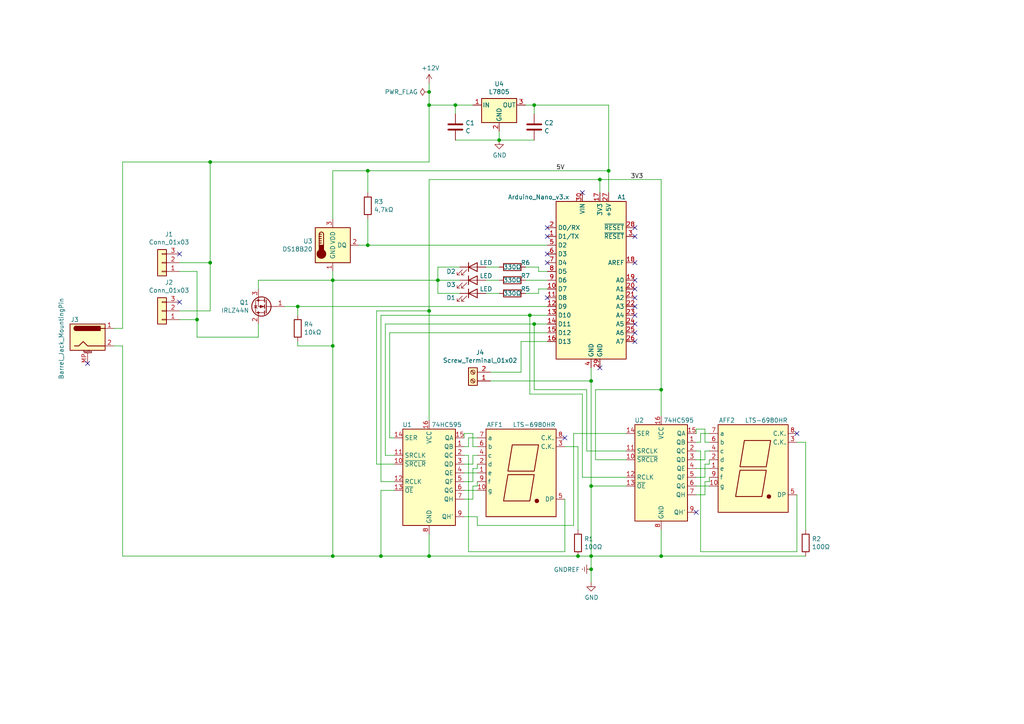
<source format=kicad_sch>
(kicad_sch (version 20230121) (generator eeschema)
  (paper "A4")
  (title_block (title "Rack Temperature Control") (date "2024-03-15") (rev "1.6") (company "haus-automatisierung.com") (comment 1 "Matthias Kleine"))
  (lib_symbols
    (symbol "74xx:74HC595"
      (property "Reference" "U" (at -7.62 13.97 0))
      (property "Value" "74HC595" (at -7.62 -16.51 0))
      (symbol "74HC595_1_0"
        (pin tri_state line (at 10.16 7.62 180) (length 2.54) (name "QB") (number "1"))
        (pin input line (at -10.16 2.54 0) (length 2.54) (name "~{SRCLR}") (number "10"))
        (pin input line (at -10.16 5.08 0) (length 2.54) (name "SRCLK") (number "11"))
        (pin input line (at -10.16 -2.54 0) (length 2.54) (name "RCLK") (number "12"))
        (pin input line (at -10.16 -5.08 0) (length 2.54) (name "~{OE}") (number "13"))
        (pin input line (at -10.16 10.16 0) (length 2.54) (name "SER") (number "14"))
        (pin tri_state line (at 10.16 10.16 180) (length 2.54) (name "QA") (number "15"))
        (pin power_in line (at 0 15.24 270) (length 2.54) (name "VCC") (number "16"))
        (pin tri_state line (at 10.16 5.08 180) (length 2.54) (name "QC") (number "2"))
        (pin tri_state line (at 10.16 2.54 180) (length 2.54) (name "QD") (number "3"))
        (pin tri_state line (at 10.16 0 180) (length 2.54) (name "QE") (number "4"))
        (pin tri_state line (at 10.16 -2.54 180) (length 2.54) (name "QF") (number "5"))
        (pin tri_state line (at 10.16 -5.08 180) (length 2.54) (name "QG") (number "6"))
        (pin tri_state line (at 10.16 -7.62 180) (length 2.54) (name "QH") (number "7"))
        (pin power_in line (at 0 -17.78 90) (length 2.54) (name "GND") (number "8"))
        (pin output line (at 10.16 -12.7 180) (length 2.54) (name "QH'") (number "9"))
      )
      (symbol "74HC595_1_1"
        (rectangle (start -7.62 12.7) (end 7.62 -15.24) (stroke (width 0.254)) (fill (type background)))
      )
    )
    (symbol "Connector:Barrel_Jack_MountingPin" (pin_names hide)
      (property "Reference" "J" (at 0 5.334 0))
      (property "Value" "Barrel_Jack_MountingPin" (at 1.27 -6.35 0))
      (symbol "Barrel_Jack_MountingPin_0_1"
        (rectangle (start -5.08 3.81) (end 5.08 -3.81) (stroke (width 0.254)) (fill (type background)))
        (arc (start -3.302 3.175) (mid -3.9343 2.54) (end -3.302 1.905) (stroke (width 0.254)))
        (arc (start -3.302 3.175) (mid -3.9343 2.54) (end -3.302 1.905) (stroke (width 0.254)) (fill (type outline)))
        (polyline (pts (xy 5.08 2.54) (xy 3.81 2.54)) (stroke (width 0.254)))
        (polyline (pts (xy -3.81 -2.54) (xy -2.54 -2.54) (xy -1.27 -1.27) (xy 0 -2.54) (xy 2.54 -2.54) (xy 5.08 -2.54)) (stroke (width 0.254)))
        (rectangle (start 3.683 3.175) (end -3.302 1.905) (stroke (width 0.254)) (fill (type outline)))
      )
      (symbol "Barrel_Jack_MountingPin_1_1"
        (polyline (pts (xy -1.016 -4.572) (xy 1.016 -4.572)) (stroke (width 0.1524)))
        (text "Mounting" (at 0 -4.191 0) (effects (font (size 0.381 0.381))))
        (pin passive line (at 7.62 2.54 180) (length 2.54) (name "~") (number "1"))
        (pin passive line (at 7.62 -2.54 180) (length 2.54) (name "~") (number "2"))
        (pin passive line (at 0 -7.62 90) (length 3.048) (name "MountPin") (number "MP"))
      )
    )
    (symbol "Connector:Screw_Terminal_01x02" (pin_names (offset 1.016) hide)
      (property "Reference" "J" (at 0 2.54 0))
      (property "Value" "Screw_Terminal_01x02" (at 0 -5.08 0))
      (symbol "Screw_Terminal_01x02_1_1"
        (rectangle (start -1.27 1.27) (end 1.27 -3.81) (stroke (width 0.254)) (fill (type background)))
        (circle (center 0 -2.54) (radius 0.635) (stroke (width 0.1524)))
        (polyline (pts (xy -0.5334 -2.2098) (xy 0.3302 -3.048)) (stroke (width 0.1524)))
        (polyline (pts (xy -0.5334 0.3302) (xy 0.3302 -0.508)) (stroke (width 0.1524)))
        (polyline (pts (xy -0.3556 -2.032) (xy 0.508 -2.8702)) (stroke (width 0.1524)))
        (polyline (pts (xy -0.3556 0.508) (xy 0.508 -0.3302)) (stroke (width 0.1524)))
        (circle (center 0 0) (radius 0.635) (stroke (width 0.1524)))
        (pin passive line (at -5.08 0 0) (length 3.81) (name "Pin_1") (number "1"))
        (pin passive line (at -5.08 -2.54 0) (length 3.81) (name "Pin_2") (number "2"))
      )
    )
    (symbol "Connector_Generic:Conn_01x03" (pin_names (offset 1.016) hide)
      (property "Reference" "J" (at 0 5.08 0))
      (property "Value" "Conn_01x03" (at 0 -5.08 0))
      (symbol "Conn_01x03_1_1"
        (rectangle (start -1.27 -2.413) (end 0 -2.667) (stroke (width 0.1524)))
        (rectangle (start -1.27 0.127) (end 0 -0.127) (stroke (width 0.1524)))
        (rectangle (start -1.27 2.667) (end 0 2.413) (stroke (width 0.1524)))
        (rectangle (start -1.27 3.81) (end 1.27 -3.81) (stroke (width 0.254)) (fill (type background)))
        (pin passive line (at -5.08 2.54 0) (length 3.81) (name "Pin_1") (number "1"))
        (pin passive line (at -5.08 0 0) (length 3.81) (name "Pin_2") (number "2"))
        (pin passive line (at -5.08 -2.54 0) (length 3.81) (name "Pin_3") (number "3"))
      )
    )
    (symbol "Device:C" (pin_numbers hide) (pin_names (offset 0.254))
      (property "Reference" "C" (at 0.635 2.54 0))
      (property "Value" "C" (at 0.635 -2.54 0))
      (symbol "C_0_1"
        (polyline (pts (xy -2.032 -0.762) (xy 2.032 -0.762)) (stroke (width 0.508)))
        (polyline (pts (xy -2.032 0.762) (xy 2.032 0.762)) (stroke (width 0.508)))
      )
      (symbol "C_1_1"
        (pin passive line (at 0 3.81 270) (length 2.794) (name "~") (number "1"))
        (pin passive line (at 0 -3.81 90) (length 2.794) (name "~") (number "2"))
      )
    )
    (symbol "Device:LED" (pin_numbers hide) (pin_names (offset 1.016) hide)
      (property "Reference" "D" (at 0 2.54 0))
      (property "Value" "LED" (at 0 -2.54 0))
      (symbol "LED_0_1"
        (polyline (pts (xy -1.27 -1.27) (xy -1.27 1.27)) (stroke (width 0.254)))
        (polyline (pts (xy -1.27 0) (xy 1.27 0)))
        (polyline (pts (xy 1.27 -1.27) (xy 1.27 1.27) (xy -1.27 0) (xy 1.27 -1.27)) (stroke (width 0.254)))
        (polyline (pts (xy -3.048 -0.762) (xy -4.572 -2.286) (xy -3.81 -2.286) (xy -4.572 -2.286) (xy -4.572 -1.524)))
        (polyline (pts (xy -1.778 -0.762) (xy -3.302 -2.286) (xy -2.54 -2.286) (xy -3.302 -2.286) (xy -3.302 -1.524)))
      )
      (symbol "LED_1_1"
        (pin passive line (at -3.81 0 0) (length 2.54) (name "K") (number "1"))
        (pin passive line (at 3.81 0 180) (length 2.54) (name "A") (number "2"))
      )
    )
    (symbol "Device:R" (pin_numbers hide) (pin_names (offset 0))
      (property "Reference" "R" (at 2.032 0 90))
      (property "Value" "R" (at 0 0 90))
      (symbol "R_0_1"
        (rectangle (start -1.016 -2.54) (end 1.016 2.54) (stroke (width 0.254)))
      )
      (symbol "R_1_1"
        (pin passive line (at 0 3.81 270) (length 1.27) (name "~") (number "1"))
        (pin passive line (at 0 -3.81 90) (length 1.27) (name "~") (number "2"))
      )
    )
    (symbol "Display_Character:LTS-6980HR"
      (property "Reference" "AFF" (at -7.874 13.97 0))
      (property "Value" "LTS-6980HR" (at 4.064 13.97 0))
      (symbol "LTS-6980HR_0_1"
        (rectangle (start -10.16 12.7) (end 10.16 -12.7) (stroke (width 0.254)) (fill (type background)))
        (polyline (pts (xy -3.81 -0.508) (xy 3.81 -0.508) (xy 2.54 -8.128) (xy -5.08 -8.128) (xy -3.81 -0.508) (xy -3.81 -0.508)) (stroke (width 0.254)))
        (polyline (pts (xy -2.54 8.128) (xy 5.08 8.128) (xy 3.81 0.508) (xy -3.81 0.508) (xy -2.54 8.128) (xy -2.54 8.128)) (stroke (width 0.254)))
        (circle (center 4.572 -8.128) (radius 0.508) (stroke (width 0.254)) (fill (type outline)))
      )
      (symbol "LTS-6980HR_1_1"
        (pin passive line (at -12.7 0 0) (length 2.54) (name "e") (number "1"))
        (pin passive line (at -12.7 -5.08 0) (length 2.54) (name "g") (number "10"))
        (pin passive line (at -12.7 2.54 0) (length 2.54) (name "d") (number "2"))
        (pin passive line (at 12.7 7.62 180) (length 2.54) (name "C.K.") (number "3"))
        (pin passive line (at -12.7 5.08 0) (length 2.54) (name "c") (number "4"))
        (pin passive line (at 12.7 -7.62 180) (length 2.54) (name "DP") (number "5"))
        (pin passive line (at -12.7 7.62 0) (length 2.54) (name "b") (number "6"))
        (pin passive line (at -12.7 10.16 0) (length 2.54) (name "a") (number "7"))
        (pin passive line (at 12.7 10.16 180) (length 2.54) (name "C.K.") (number "8"))
        (pin passive line (at -12.7 -2.54 0) (length 2.54) (name "f") (number "9"))
      )
    )
    (symbol "MCU_Module:Arduino_Nano_v3.x"
      (property "Reference" "A" (at -10.16 23.495 0))
      (property "Value" "Arduino_Nano_v3.x" (at 5.08 -24.13 0))
      (symbol "Arduino_Nano_v3.x_0_1"
        (rectangle (start -10.16 22.86) (end 10.16 -22.86) (stroke (width 0.254)) (fill (type background)))
      )
      (symbol "Arduino_Nano_v3.x_1_1"
        (pin bidirectional line (at -12.7 12.7 0) (length 2.54) (name "D1/TX") (number "1"))
        (pin bidirectional line (at -12.7 -2.54 0) (length 2.54) (name "D7") (number "10"))
        (pin bidirectional line (at -12.7 -5.08 0) (length 2.54) (name "D8") (number "11"))
        (pin bidirectional line (at -12.7 -7.62 0) (length 2.54) (name "D9") (number "12"))
        (pin bidirectional line (at -12.7 -10.16 0) (length 2.54) (name "D10") (number "13"))
        (pin bidirectional line (at -12.7 -12.7 0) (length 2.54) (name "D11") (number "14"))
        (pin bidirectional line (at -12.7 -15.24 0) (length 2.54) (name "D12") (number "15"))
        (pin bidirectional line (at -12.7 -17.78 0) (length 2.54) (name "D13") (number "16"))
        (pin power_out line (at 2.54 25.4 270) (length 2.54) (name "3V3") (number "17"))
        (pin input line (at 12.7 5.08 180) (length 2.54) (name "AREF") (number "18"))
        (pin bidirectional line (at 12.7 0 180) (length 2.54) (name "A0") (number "19"))
        (pin bidirectional line (at -12.7 15.24 0) (length 2.54) (name "D0/RX") (number "2"))
        (pin bidirectional line (at 12.7 -2.54 180) (length 2.54) (name "A1") (number "20"))
        (pin bidirectional line (at 12.7 -5.08 180) (length 2.54) (name "A2") (number "21"))
        (pin bidirectional line (at 12.7 -7.62 180) (length 2.54) (name "A3") (number "22"))
        (pin bidirectional line (at 12.7 -10.16 180) (length 2.54) (name "A4") (number "23"))
        (pin bidirectional line (at 12.7 -12.7 180) (length 2.54) (name "A5") (number "24"))
        (pin bidirectional line (at 12.7 -15.24 180) (length 2.54) (name "A6") (number "25"))
        (pin bidirectional line (at 12.7 -17.78 180) (length 2.54) (name "A7") (number "26"))
        (pin power_out line (at 5.08 25.4 270) (length 2.54) (name "+5V") (number "27"))
        (pin input line (at 12.7 15.24 180) (length 2.54) (name "~{RESET}") (number "28"))
        (pin power_in line (at 2.54 -25.4 90) (length 2.54) (name "GND") (number "29"))
        (pin input line (at 12.7 12.7 180) (length 2.54) (name "~{RESET}") (number "3"))
        (pin power_in line (at -2.54 25.4 270) (length 2.54) (name "VIN") (number "30"))
        (pin power_in line (at 0 -25.4 90) (length 2.54) (name "GND") (number "4"))
        (pin bidirectional line (at -12.7 10.16 0) (length 2.54) (name "D2") (number "5"))
        (pin bidirectional line (at -12.7 7.62 0) (length 2.54) (name "D3") (number "6"))
        (pin bidirectional line (at -12.7 5.08 0) (length 2.54) (name "D4") (number "7"))
        (pin bidirectional line (at -12.7 2.54 0) (length 2.54) (name "D5") (number "8"))
        (pin bidirectional line (at -12.7 0 0) (length 2.54) (name "D6") (number "9"))
      )
    )
    (symbol "Regulator_Linear:L7805" (pin_names (offset 0.254))
      (property "Reference" "U" (at -3.81 3.175 0))
      (property "Value" "L7805" (at 0 3.175 0))
      (symbol "L7805_0_1"
        (rectangle (start -5.08 1.905) (end 5.08 -5.08) (stroke (width 0.254)) (fill (type background)))
      )
      (symbol "L7805_1_1"
        (pin power_in line (at -7.62 0 0) (length 2.54) (name "IN") (number "1"))
        (pin power_in line (at 0 -7.62 90) (length 2.54) (name "GND") (number "2"))
        (pin power_out line (at 7.62 0 180) (length 2.54) (name "OUT") (number "3"))
      )
    )
    (symbol "Sensor_Temperature:DS18B20" (pin_names (offset 1.016))
      (property "Reference" "U" (at -3.81 6.35 0))
      (property "Value" "DS18B20" (at 6.35 6.35 0))
      (symbol "DS18B20_0_1"
        (rectangle (start -5.08 5.08) (end 5.08 -5.08) (stroke (width 0.254)) (fill (type background)))
        (circle (center -3.302 -2.54) (radius 1.27) (stroke (width 0.254)) (fill (type outline)))
        (rectangle (start -2.667 -1.905) (end -3.937 0) (stroke (width 0.254)) (fill (type outline)))
        (arc (start -2.667 3.175) (mid -3.302 3.8073) (end -3.937 3.175) (stroke (width 0.254)))
        (polyline (pts (xy -3.937 0.635) (xy -3.302 0.635)) (stroke (width 0.254)))
        (polyline (pts (xy -3.937 1.27) (xy -3.302 1.27)) (stroke (width 0.254)))
        (polyline (pts (xy -3.937 1.905) (xy -3.302 1.905)) (stroke (width 0.254)))
        (polyline (pts (xy -3.937 2.54) (xy -3.302 2.54)) (stroke (width 0.254)))
        (polyline (pts (xy -3.937 3.175) (xy -3.937 0)) (stroke (width 0.254)))
        (polyline (pts (xy -3.937 3.175) (xy -3.302 3.175)) (stroke (width 0.254)))
        (polyline (pts (xy -2.667 3.175) (xy -2.667 0)) (stroke (width 0.254)))
      )
      (symbol "DS18B20_1_1"
        (pin power_in line (at 0 -7.62 90) (length 2.54) (name "GND") (number "1"))
        (pin bidirectional line (at 7.62 0 180) (length 2.54) (name "DQ") (number "2"))
        (pin power_in line (at 0 7.62 270) (length 2.54) (name "VDD") (number "3"))
      )
    )
    (symbol "Transistor_FET:IRLZ44N" (pin_names hide)
      (property "Reference" "Q" (at 6.35 1.905 0))
      (property "Value" "IRLZ44N" (at 6.35 0 0))
      (symbol "IRLZ44N_0_1"
        (polyline (pts (xy 0.254 0) (xy -2.54 0)))
        (polyline (pts (xy 0.254 1.905) (xy 0.254 -1.905)) (stroke (width 0.254)))
        (polyline (pts (xy 0.762 -1.27) (xy 0.762 -2.286)) (stroke (width 0.254)))
        (polyline (pts (xy 0.762 0.508) (xy 0.762 -0.508)) (stroke (width 0.254)))
        (polyline (pts (xy 0.762 2.286) (xy 0.762 1.27)) (stroke (width 0.254)))
        (polyline (pts (xy 2.54 2.54) (xy 2.54 1.778)))
        (polyline (pts (xy 2.54 -2.54) (xy 2.54 0) (xy 0.762 0)))
        (polyline (pts (xy 0.762 -1.778) (xy 3.302 -1.778) (xy 3.302 1.778) (xy 0.762 1.778)))
        (polyline (pts (xy 1.016 0) (xy 2.032 0.381) (xy 2.032 -0.381) (xy 1.016 0)) (fill (type outline)))
        (polyline (pts (xy 2.794 0.508) (xy 2.921 0.381) (xy 3.683 0.381) (xy 3.81 0.254)))
        (polyline (pts (xy 3.302 0.381) (xy 2.921 -0.254) (xy 3.683 -0.254) (xy 3.302 0.381)))
        (circle (center 1.651 0) (radius 2.794) (stroke (width 0.254)))
        (circle (center 2.54 -1.778) (radius 0.254) (fill (type outline)))
        (circle (center 2.54 1.778) (radius 0.254) (fill (type outline)))
      )
      (symbol "IRLZ44N_1_1"
        (pin input line (at -5.08 0 0) (length 2.54) (name "G") (number "1"))
        (pin passive line (at 2.54 5.08 270) (length 2.54) (name "D") (number "2"))
        (pin passive line (at 2.54 -5.08 90) (length 2.54) (name "S") (number "3"))
      )
    )
    (symbol "power:+12V" (power) (pin_names (offset 0))
      (property "Value" "+12V" (at 0 3.556 0))
      (symbol "+12V_0_1"
        (polyline (pts (xy -0.762 1.27) (xy 0 2.54)))
        (polyline (pts (xy 0 0) (xy 0 2.54)))
        (polyline (pts (xy 0 2.54) (xy 0.762 1.27)))
      )
      (symbol "+12V_1_1"
        (pin power_in line (at 0 0 90) (length 0) hide (name "+12V") (number "1"))
      )
    )
    (symbol "power:GND" (power) (pin_names (offset 0))
      (property "Value" "GND" (at 0 -3.81 0))
      (symbol "GND_0_1"
        (polyline (pts (xy 0 0) (xy 0 -1.27) (xy 1.27 -1.27) (xy 0 -2.54) (xy -1.27 -1.27) (xy 0 -1.27)))
      )
      (symbol "GND_1_1"
        (pin power_in line (at 0 0 270) (length 0) hide (name "GND") (number "1"))
      )
    )
    (symbol "power:GNDREF" (power) (pin_names (offset 0))
      (property "Value" "GNDREF" (at 0 -3.81 0))
      (symbol "GNDREF_0_1"
        (polyline (pts (xy -0.635 -1.905) (xy 0.635 -1.905)))
        (polyline (pts (xy -0.127 -2.54) (xy 0.127 -2.54)))
        (polyline (pts (xy 0 -1.27) (xy 0 0)))
        (polyline (pts (xy 1.27 -1.27) (xy -1.27 -1.27)))
      )
      (symbol "GNDREF_1_1"
        (pin power_in line (at 0 0 270) (length 0) hide (name "GNDREF") (number "1"))
      )
    )
    (symbol "power:PWR_FLAG" (power) (pin_numbers hide) (pin_names (offset 0) hide)
      (property "Value" "PWR_FLAG" (at 0 3.81 0))
      (symbol "PWR_FLAG_0_0"
        (pin power_out line (at 0 0 90) (length 0) (name "pwr") (number "1"))
      )
      (symbol "PWR_FLAG_0_1"
        (polyline (pts (xy 0 0) (xy 0 1.27) (xy -1.016 1.905) (xy 0 2.54) (xy 1.016 1.905) (xy 0 1.27)))
      )
    )
  )
  (junction (at 191.77 113.03))
  (junction (at 171.45 165.1))
  (junction (at 171.45 161.29))
  (junction (at 153.67 91.44))
  (junction (at 124.46 26.67))
  (junction (at 57.15 92.71))
  (junction (at 60.96 76.2))
  (junction (at 171.45 140.97))
  (junction (at 124.46 90.17))
  (junction (at 60.96 46.99))
  (junction (at 96.52 100.33))
  (junction (at 191.77 161.29))
  (junction (at 167.64 161.29))
  (junction (at 96.52 81.28))
  (junction (at 176.53 49.53))
  (junction (at 106.68 49.53))
  (junction (at 154.94 93.98))
  (junction (at 173.99 52.07))
  (junction (at 110.49 161.29))
  (junction (at 144.78 40.64))
  (junction (at 127 81.28))
  (junction (at 154.94 30.48))
  (junction (at 106.68 71.12))
  (junction (at 86.36 88.9))
  (junction (at 124.46 161.29))
  (junction (at 124.46 30.48))
  (junction (at 96.52 161.29))
  (junction (at 171.45 110.49))
  (junction (at 132.08 30.48))
  (no_connect (at 184.15 83.82))
  (no_connect (at 25.4 105.41))
  (no_connect (at 184.15 86.36))
  (no_connect (at 158.75 66.04))
  (no_connect (at 184.15 88.9))
  (no_connect (at 168.91 55.88))
  (no_connect (at 163.83 127))
  (no_connect (at 201.93 148.59))
  (no_connect (at 184.15 96.52))
  (no_connect (at 184.15 68.58))
  (no_connect (at 173.99 106.68))
  (no_connect (at 158.75 76.2))
  (no_connect (at 231.14 125.73))
  (no_connect (at 184.15 99.06))
  (no_connect (at 52.07 87.63))
  (no_connect (at 184.15 91.44))
  (no_connect (at 184.15 93.98))
  (no_connect (at 158.75 73.66))
  (no_connect (at 184.15 81.28))
  (no_connect (at 184.15 66.04))
  (no_connect (at 158.75 86.36))
  (no_connect (at 184.15 76.2))
  (no_connect (at 52.07 73.66))
  (no_connect (at 158.75 68.58))
  (wire (pts (xy 233.68 128.27) (xy 233.68 153.67)))
  (wire (pts (xy 57.15 78.74) (xy 52.07 78.74)))
  (wire (pts (xy 106.68 55.88) (xy 106.68 49.53)))
  (wire (pts (xy 113.03 96.52) (xy 158.75 96.52)))
  (wire (pts (xy 137.16 125.73) (xy 137.16 129.54)))
  (wire (pts (xy 201.93 128.27) (xy 203.2 128.27)))
  (wire (pts (xy 151.13 99.06) (xy 151.13 107.95)))
  (wire (pts (xy 110.49 139.7) (xy 110.49 91.44)))
  (wire (pts (xy 204.47 128.27) (xy 205.74 128.27)))
  (wire (pts (xy 57.15 97.79) (xy 57.15 92.71)))
  (wire (pts (xy 201.93 140.97) (xy 205.74 140.97)))
  (wire (pts (xy 204.47 130.81) (xy 205.74 130.81)))
  (wire (pts (xy 204.47 124.46) (xy 204.47 128.27)))
  (wire (pts (xy 167.64 129.54) (xy 167.64 153.67)))
  (wire (pts (xy 201.93 138.43) (xy 204.47 138.43)))
  (wire (pts (xy 127 77.47) (xy 127 81.28)))
  (wire (pts (xy 191.77 113.03) (xy 191.77 52.07)))
  (wire (pts (xy 158.75 81.28) (xy 152.4 81.28)))
  (wire (pts (xy 170.18 130.81) (xy 170.18 113.03)))
  (wire (pts (xy 152.4 30.48) (xy 154.94 30.48)))
  (wire (pts (xy 132.08 33.02) (xy 132.08 30.48)))
  (wire (pts (xy 204.47 133.35) (xy 204.47 130.81)))
  (wire (pts (xy 144.78 40.64) (xy 144.78 38.1)))
  (wire (pts (xy 138.43 135.89) (xy 138.43 134.62)))
  (wire (pts (xy 171.45 106.68) (xy 171.45 110.49)))
  (wire (pts (xy 233.68 161.29) (xy 191.77 161.29)))
  (wire (pts (xy 138.43 140.97) (xy 138.43 139.7)))
  (wire (pts (xy 144.78 81.28) (xy 140.97 81.28)))
  (wire (pts (xy 173.99 55.88) (xy 173.99 52.07)))
  (wire (pts (xy 114.3 134.62) (xy 109.22 134.62)))
  (wire (pts (xy 124.46 26.67) (xy 124.46 30.48)))
  (wire (pts (xy 181.61 133.35) (xy 172.72 133.35)))
  (wire (pts (xy 135.89 132.08) (xy 135.89 160.02)))
  (wire (pts (xy 106.68 71.12) (xy 104.14 71.12)))
  (wire (pts (xy 110.49 142.24) (xy 110.49 161.29)))
  (wire (pts (xy 132.08 30.48) (xy 124.46 30.48)))
  (wire (pts (xy 114.3 132.08) (xy 111.76 132.08)))
  (wire (pts (xy 135.89 129.54) (xy 135.89 127)))
  (wire (pts (xy 158.75 71.12) (xy 106.68 71.12)))
  (wire (pts (xy 96.52 161.29) (xy 110.49 161.29)))
  (wire (pts (xy 204.47 138.43) (xy 204.47 134.62)))
  (wire (pts (xy 35.56 46.99) (xy 60.96 46.99)))
  (wire (pts (xy 60.96 46.99) (xy 60.96 76.2)))
  (wire (pts (xy 138.43 152.4) (xy 166.37 152.4)))
  (wire (pts (xy 144.78 85.09) (xy 140.97 85.09)))
  (wire (pts (xy 132.08 40.64) (xy 144.78 40.64)))
  (wire (pts (xy 201.93 124.46) (xy 204.47 124.46)))
  (wire (pts (xy 158.75 88.9) (xy 86.36 88.9)))
  (wire (pts (xy 114.3 139.7) (xy 110.49 139.7)))
  (wire (pts (xy 156.21 77.47) (xy 152.4 77.47)))
  (wire (pts (xy 144.78 77.47) (xy 140.97 77.47)))
  (wire (pts (xy 137.16 144.78) (xy 137.16 140.97)))
  (wire (pts (xy 156.21 78.74) (xy 156.21 77.47)))
  (wire (pts (xy 35.56 95.25) (xy 35.56 46.99)))
  (wire (pts (xy 154.94 30.48) (xy 176.53 30.48)))
  (wire (pts (xy 106.68 49.53) (xy 96.52 49.53)))
  (wire (pts (xy 124.46 24.13) (xy 124.46 26.67)))
  (wire (pts (xy 74.93 83.82) (xy 74.93 81.28)))
  (wire (pts (xy 138.43 149.86) (xy 138.43 152.4)))
  (wire (pts (xy 124.46 154.94) (xy 124.46 161.29)))
  (wire (pts (xy 114.3 142.24) (xy 110.49 142.24)))
  (wire (pts (xy 201.93 133.35) (xy 204.47 133.35)))
  (wire (pts (xy 158.75 83.82) (xy 156.21 83.82)))
  (wire (pts (xy 111.76 93.98) (xy 154.94 93.98)))
  (wire (pts (xy 109.22 90.17) (xy 124.46 90.17)))
  (wire (pts (xy 171.45 140.97) (xy 171.45 161.29)))
  (wire (pts (xy 134.62 144.78) (xy 137.16 144.78)))
  (wire (pts (xy 134.62 132.08) (xy 135.89 132.08)))
  (wire (pts (xy 110.49 161.29) (xy 124.46 161.29)))
  (wire (pts (xy 203.2 130.81) (xy 203.2 160.02)))
  (wire (pts (xy 171.45 110.49) (xy 171.45 140.97)))
  (wire (pts (xy 109.22 134.62) (xy 109.22 90.17)))
  (wire (pts (xy 191.77 153.67) (xy 191.77 161.29)))
  (wire (pts (xy 201.93 143.51) (xy 204.47 143.51)))
  (wire (pts (xy 151.13 107.95) (xy 142.24 107.95)))
  (wire (pts (xy 33.02 95.25) (xy 35.56 95.25)))
  (wire (pts (xy 204.47 139.7) (xy 205.74 139.7)))
  (wire (pts (xy 153.67 114.3) (xy 153.67 91.44)))
  (wire (pts (xy 154.94 33.02) (xy 154.94 30.48)))
  (wire (pts (xy 137.16 139.7) (xy 137.16 135.89)))
  (wire (pts (xy 191.77 52.07) (xy 173.99 52.07)))
  (wire (pts (xy 153.67 91.44) (xy 158.75 91.44)))
  (wire (pts (xy 110.49 91.44) (xy 153.67 91.44)))
  (wire (pts (xy 163.83 129.54) (xy 167.64 129.54)))
  (wire (pts (xy 170.18 113.03) (xy 154.94 113.03)))
  (wire (pts (xy 33.02 100.33) (xy 35.56 100.33)))
  (wire (pts (xy 111.76 132.08) (xy 111.76 93.98)))
  (wire (pts (xy 52.07 90.17) (xy 60.96 90.17)))
  (wire (pts (xy 154.94 40.64) (xy 144.78 40.64)))
  (wire (pts (xy 74.93 97.79) (xy 57.15 97.79)))
  (wire (pts (xy 106.68 63.5) (xy 106.68 71.12)))
  (wire (pts (xy 204.47 134.62) (xy 205.74 134.62)))
  (wire (pts (xy 114.3 127) (xy 113.03 127)))
  (wire (pts (xy 35.56 100.33) (xy 35.56 161.29)))
  (wire (pts (xy 203.2 160.02) (xy 231.14 160.02)))
  (wire (pts (xy 158.75 78.74) (xy 156.21 78.74)))
  (wire (pts (xy 231.14 128.27) (xy 233.68 128.27)))
  (wire (pts (xy 96.52 100.33) (xy 96.52 161.29)))
  (wire (pts (xy 35.56 161.29) (xy 96.52 161.29)))
  (wire (pts (xy 203.2 125.73) (xy 205.74 125.73)))
  (wire (pts (xy 137.16 30.48) (xy 132.08 30.48)))
  (wire (pts (xy 127 81.28) (xy 96.52 81.28)))
  (wire (pts (xy 134.62 137.16) (xy 138.43 137.16)))
  (wire (pts (xy 142.24 110.49) (xy 171.45 110.49)))
  (wire (pts (xy 166.37 125.73) (xy 181.61 125.73)))
  (wire (pts (xy 191.77 120.65) (xy 191.77 113.03)))
  (wire (pts (xy 133.35 81.28) (xy 127 81.28)))
  (wire (pts (xy 135.89 160.02) (xy 163.83 160.02)))
  (wire (pts (xy 86.36 99.06) (xy 86.36 100.33)))
  (wire (pts (xy 124.46 52.07) (xy 124.46 90.17)))
  (wire (pts (xy 137.16 132.08) (xy 138.43 132.08)))
  (wire (pts (xy 168.91 138.43) (xy 168.91 114.3)))
  (wire (pts (xy 163.83 160.02) (xy 163.83 144.78)))
  (wire (pts (xy 124.46 161.29) (xy 167.64 161.29)))
  (wire (pts (xy 168.91 114.3) (xy 153.67 114.3)))
  (wire (pts (xy 156.21 85.09) (xy 152.4 85.09)))
  (wire (pts (xy 172.72 133.35) (xy 172.72 113.03)))
  (wire (pts (xy 133.35 85.09) (xy 127 85.09)))
  (wire (pts (xy 171.45 165.1) (xy 171.45 168.91)))
  (wire (pts (xy 96.52 81.28) (xy 96.52 100.33)))
  (wire (pts (xy 204.47 143.51) (xy 204.47 139.7)))
  (wire (pts (xy 82.55 88.9) (xy 86.36 88.9)))
  (wire (pts (xy 201.93 130.81) (xy 203.2 130.81)))
  (wire (pts (xy 134.62 125.73) (xy 137.16 125.73)))
  (wire (pts (xy 201.93 125.73) (xy 201.93 124.46)))
  (wire (pts (xy 52.07 76.2) (xy 60.96 76.2)))
  (wire (pts (xy 171.45 161.29) (xy 171.45 165.1)))
  (wire (pts (xy 96.52 78.74) (xy 96.52 81.28)))
  (wire (pts (xy 96.52 49.53) (xy 96.52 63.5)))
  (wire (pts (xy 137.16 129.54) (xy 138.43 129.54)))
  (wire (pts (xy 166.37 152.4) (xy 166.37 125.73)))
  (wire (pts (xy 124.46 90.17) (xy 124.46 121.92)))
  (wire (pts (xy 74.93 93.98) (xy 74.93 97.79)))
  (wire (pts (xy 57.15 92.71) (xy 57.15 78.74)))
  (wire (pts (xy 134.62 149.86) (xy 138.43 149.86)))
  (wire (pts (xy 205.74 139.7) (xy 205.74 138.43)))
  (wire (pts (xy 173.99 52.07) (xy 124.46 52.07)))
  (wire (pts (xy 167.64 161.29) (xy 171.45 161.29)))
  (wire (pts (xy 127 85.09) (xy 127 81.28)))
  (wire (pts (xy 176.53 55.88) (xy 176.53 49.53)))
  (wire (pts (xy 133.35 77.47) (xy 127 77.47)))
  (wire (pts (xy 86.36 88.9) (xy 86.36 91.44)))
  (wire (pts (xy 134.62 129.54) (xy 135.89 129.54)))
  (wire (pts (xy 181.61 140.97) (xy 171.45 140.97)))
  (wire (pts (xy 176.53 30.48) (xy 176.53 49.53)))
  (wire (pts (xy 74.93 81.28) (xy 96.52 81.28)))
  (wire (pts (xy 231.14 143.51) (xy 231.14 160.02)))
  (wire (pts (xy 181.61 138.43) (xy 168.91 138.43)))
  (wire (pts (xy 52.07 92.71) (xy 57.15 92.71)))
  (wire (pts (xy 203.2 128.27) (xy 203.2 125.73)))
  (wire (pts (xy 154.94 93.98) (xy 158.75 93.98)))
  (wire (pts (xy 60.96 76.2) (xy 60.96 90.17)))
  (wire (pts (xy 86.36 100.33) (xy 96.52 100.33)))
  (wire (pts (xy 181.61 130.81) (xy 170.18 130.81)))
  (wire (pts (xy 191.77 161.29) (xy 171.45 161.29)))
  (wire (pts (xy 113.03 127) (xy 113.03 96.52)))
  (wire (pts (xy 134.62 134.62) (xy 137.16 134.62)))
  (wire (pts (xy 201.93 135.89) (xy 205.74 135.89)))
  (wire (pts (xy 134.62 139.7) (xy 137.16 139.7)))
  (wire (pts (xy 137.16 140.97) (xy 138.43 140.97)))
  (wire (pts (xy 154.94 113.03) (xy 154.94 93.98)))
  (wire (pts (xy 137.16 135.89) (xy 138.43 135.89)))
  (wire (pts (xy 156.21 83.82) (xy 156.21 85.09)))
  (wire (pts (xy 124.46 46.99) (xy 60.96 46.99)))
  (wire (pts (xy 135.89 127) (xy 138.43 127)))
  (wire (pts (xy 176.53 49.53) (xy 106.68 49.53)))
  (wire (pts (xy 205.74 134.62) (xy 205.74 133.35)))
  (wire (pts (xy 172.72 113.03) (xy 191.77 113.03)))
  (wire (pts (xy 158.75 99.06) (xy 151.13 99.06)))
  (wire (pts (xy 134.62 142.24) (xy 138.43 142.24)))
  (wire (pts (xy 134.62 127) (xy 134.62 125.73)))
  (wire (pts (xy 137.16 134.62) (xy 137.16 132.08)))
  (wire (pts (xy 124.46 30.48) (xy 124.46 46.99)))
  (label "5V" (at 161.29 49.53 0))
  (label "3V3" (at 182.88 52.07 0))
  (symbol (lib_id "74xx:74HC595") (at 124.46 137.16 0) (unit 1)
    (property "Reference" "U1" (at 118.11 123.19 0))
    (property "Value" "74HC595" (at 129.54 123.19 0))
    (property "Footprint" "Package_DIP:DIP-16_W7.62mm_LongPads" (effects hide))
    (property "Datasheet" "http://www.ti.com/lit/ds/symlink/sn74hc595.pdf" (effects hide))
  )
  (symbol (lib_id "74xx:74HC595") (at 191.77 135.89 0) (unit 1)
    (property "Reference" "U2" (at 185.42 121.92 0))
    (property "Value" "74HC595" (at 196.85 121.92 0))
    (property "Footprint" "Package_DIP:DIP-16_W7.62mm_LongPads" (effects hide))
    (property "Datasheet" "http://www.ti.com/lit/ds/symlink/sn74hc595.pdf" (effects hide))
  )
  (symbol (lib_id "MCU_Module:Arduino_Nano_v3.x") (at 171.45 81.28 0) (unit 1)
    (property "Reference" "A1" (at 180.34 57.15 0))
    (property "Value" "Arduino_Nano_v3.x" (at 156.21 57.15 0))
    (property "Footprint" "Module:Arduino_Nano_WithMountingHoles" (effects hide))
    (property "Datasheet" "http://www.mouser.com/pdfdocs/Gravitech_Arduino_Nano3_0.pdf" (effects hide))
  )
  (symbol (lib_id "power:+12V") (at 124.46 24.13 0) (unit 1)
    (property "Reference" "#PWR01" (effects hide))
    (property "Value" "+12V" (at 124.841 19.7358 0))
  )
  (symbol (lib_id "power:GND") (at 171.45 168.91 0) (unit 1)
    (property "Reference" "#PWR02" (effects hide))
    (property "Value" "GND" (at 171.577 173.3042 0))
  )
  (symbol (lib_id "Display_Character:LTS-6980HR") (at 218.44 135.89 0) (unit 1)
    (property "Reference" "AFF2" (at 210.82 121.92 0))
    (property "Value" "LTS-6980HR" (at 222.25 121.92 0))
    (property "Footprint" "Display_7Segment:7SegmentLED_LTS6760_LTS6780" (effects hide))
    (property "Datasheet" "http://datasheet.octopart.com/LTS-6960HR-Lite-On-datasheet-11803242.pdf" (effects hide))
  )
  (symbol (lib_id "Transistor_FET:IRLZ44N") (at 77.47 88.9 180) (unit 1)
    (property "Reference" "Q1" (at 72.2376 87.7316 0) (effects (justify left)))
    (property "Value" "IRLZ44N" (at 72.2376 90.043 0) (effects (justify left)))
    (property "Footprint" "Package_TO_SOT_THT:TO-220-3_Horizontal_TabDown" (effects hide))
    (property "Datasheet" "http://www.irf.com/product-info/datasheets/data/irlz44n.pdf" (effects hide))
  )
  (symbol (lib_id "Device:R") (at 167.64 157.48 0) (unit 1)
    (property "Reference" "R1" (at 169.418 156.3116 0) (effects (justify left)))
    (property "Value" "100Ω" (at 169.418 158.623 0) (effects (justify left)))
    (property "Footprint" "Resistor_SMD:R_0805_2012Metric_Pad1.20x1.40mm_HandSolder" (effects hide))
  )
  (symbol (lib_id "Device:R") (at 233.68 157.48 0) (unit 1)
    (property "Reference" "R2" (at 235.458 156.3116 0) (effects (justify left)))
    (property "Value" "100Ω" (at 235.458 158.623 0) (effects (justify left)))
    (property "Footprint" "Resistor_SMD:R_0805_2012Metric_Pad1.20x1.40mm_HandSolder" (effects hide))
  )
  (symbol (lib_id "Connector:Barrel_Jack_MountingPin") (at 25.4 97.79 0) (unit 1)
    (property "Reference" "J3" (at 22.86 92.71 0) (effects (justify right)))
    (property "Value" "Barrel_Jack_MountingPin" (at 17.78 86.36 90) (effects (justify right)))
    (property "Footprint" "Connector_BarrelJack:BarrelJack_Wuerth_6941xx301002" (effects hide))
  )
  (symbol (lib_id "Display_Character:LTS-6980HR") (at 151.13 137.16 0) (unit 1)
    (property "Reference" "AFF1" (at 143.51 123.19 0))
    (property "Value" "LTS-6980HR" (at 154.94 123.19 0))
    (property "Footprint" "Display_7Segment:7SegmentLED_LTS6760_LTS6780" (effects hide))
    (property "Datasheet" "http://datasheet.octopart.com/LTS-6960HR-Lite-On-datasheet-11803242.pdf" (effects hide))
  )
  (symbol (lib_id "power:GNDREF") (at 171.45 165.1 270) (unit 1)
    (property "Reference" "#PWR0101" (effects hide))
    (property "Value" "GNDREF" (at 168.1988 165.227 90) (effects (justify right)))
  )
  (symbol (lib_id "power:PWR_FLAG") (at 124.46 26.67 90) (unit 1)
    (property "Reference" "#FLG0101" (effects hide))
    (property "Value" "PWR_FLAG" (at 121.2088 26.67 90) (effects (justify left)))
  )
  (symbol (lib_id "Sensor_Temperature:DS18B20") (at 96.52 71.12 0) (unit 1)
    (property "Reference" "U3" (at 90.678 69.9516 0) (effects (justify right)))
    (property "Value" "DS18B20" (at 90.678 72.263 0) (effects (justify right)))
    (property "Footprint" "Package_TO_SOT_THT:TO-92_Inline" (effects hide))
    (property "Datasheet" "http://datasheets.maximintegrated.com/en/ds/DS18B20.pdf" (effects hide))
  )
  (symbol (lib_id "Device:R") (at 106.68 59.69 0) (unit 1)
    (property "Reference" "R3" (at 108.458 58.5216 0) (effects (justify left)))
    (property "Value" "4,7kΩ" (at 108.458 60.833 0) (effects (justify left)))
    (property "Footprint" "Resistor_SMD:R_0805_2012Metric_Pad1.20x1.40mm_HandSolder" (effects hide))
  )
  (symbol (lib_id "Device:R") (at 86.36 95.25 0) (unit 1)
    (property "Reference" "R4" (at 88.138 94.0816 0) (effects (justify left)))
    (property "Value" "10kΩ" (at 88.138 96.393 0) (effects (justify left)))
    (property "Footprint" "Resistor_SMD:R_0805_2012Metric_Pad1.20x1.40mm_HandSolder" (effects hide))
  )
  (symbol (lib_id "Connector_Generic:Conn_01x03") (at 46.99 76.2 180) (unit 1)
    (property "Reference" "J1" (at 49.022 67.945 0))
    (property "Value" "Conn_01x03" (at 49.022 70.2564 0))
    (property "Footprint" "Connector:FanPinHeader_1x03_P2.54mm_Vertical" (effects hide))
  )
  (symbol (lib_id "Connector_Generic:Conn_01x03") (at 46.99 90.17 180) (unit 1)
    (property "Reference" "J2" (at 49.022 81.915 0))
    (property "Value" "Conn_01x03" (at 49.022 84.2264 0))
    (property "Footprint" "Connector:FanPinHeader_1x03_P2.54mm_Vertical" (effects hide))
  )
  (symbol (lib_id "Device:R") (at 148.59 85.09 270) (unit 1)
    (property "Reference" "R5" (at 152.4 83.82 90))
    (property "Value" "330Ω" (at 148.59 85.09 90))
    (property "Footprint" "Resistor_SMD:R_0805_2012Metric_Pad1.20x1.40mm_HandSolder" (effects hide))
  )
  (symbol (lib_id "Device:LED") (at 137.16 85.09 0) (unit 1)
    (property "Reference" "D1" (at 130.81 86.36 0))
    (property "Value" "LED" (at 140.97 83.82 0))
    (property "Footprint" "LED_SMD:LED_0805_2012Metric_Pad1.15x1.40mm_HandSolder" (effects hide))
  )
  (symbol (lib_id "Connector:Screw_Terminal_01x02") (at 137.16 110.49 180) (unit 1)
    (property "Reference" "J4" (at 139.2428 102.235 0))
    (property "Value" "Screw_Terminal_01x02" (at 139.2428 104.5464 0))
    (property "Footprint" "TerminalBlock:TerminalBlock_bornier-2_P5.08mm" (effects hide))
  )
  (symbol (lib_id "Device:LED") (at 137.16 81.28 0) (unit 1)
    (property "Reference" "D3" (at 130.81 82.55 0))
    (property "Value" "LED" (at 140.97 80.01 0))
    (property "Footprint" "LED_SMD:LED_0805_2012Metric_Pad1.15x1.40mm_HandSolder" (effects hide))
  )
  (symbol (lib_id "Device:R") (at 148.59 81.28 270) (unit 1)
    (property "Reference" "R7" (at 152.4 80.01 90))
    (property "Value" "330Ω" (at 148.59 81.28 90))
    (property "Footprint" "Resistor_SMD:R_0805_2012Metric_Pad1.20x1.40mm_HandSolder" (effects hide))
  )
  (symbol (lib_id "Device:LED") (at 137.16 77.47 0) (unit 1)
    (property "Reference" "D2" (at 130.81 78.74 0))
    (property "Value" "LED" (at 140.97 76.2 0))
    (property "Footprint" "LED_SMD:LED_0805_2012Metric_Pad1.15x1.40mm_HandSolder" (effects hide))
  )
  (symbol (lib_id "Device:R") (at 148.59 77.47 270) (unit 1)
    (property "Reference" "R6" (at 152.4 76.2 90))
    (property "Value" "330Ω" (at 148.59 77.47 90))
    (property "Footprint" "Resistor_SMD:R_0805_2012Metric_Pad1.20x1.40mm_HandSolder" (effects hide))
  )
  (symbol (lib_id "Regulator_Linear:L7805") (at 144.78 30.48 0) (unit 1)
    (property "Reference" "U4" (at 144.78 24.3332 0))
    (property "Value" "L7805" (at 144.78 26.6446 0))
    (property "Footprint" "Package_TO_SOT_THT:TO-220-3_Horizontal_TabDown" (effects hide))
    (property "Datasheet" "http://www.st.com/content/ccc/resource/technical/document/datasheet/41/4f/b3/b0/12/d4/47/88/CD00000444.pdf/files/CD00000444.pdf/jcr:content/translations/en.CD00000444.pdf" (effects hide))
  )
  (symbol (lib_id "power:GND") (at 144.78 40.64 0) (unit 1)
    (property "Reference" "#PWR03" (effects hide))
    (property "Value" "GND" (at 144.907 45.0342 0))
  )
  (symbol (lib_id "Device:C") (at 132.08 36.83 0) (unit 1)
    (property "Reference" "C1" (at 135.001 35.6616 0) (effects (justify left)))
    (property "Value" "C" (at 135.001 37.973 0) (effects (justify left)))
    (property "Footprint" "Capacitor_SMD:C_0805_2012Metric_Pad1.18x1.45mm_HandSolder" (effects hide))
  )
  (symbol (lib_id "Device:C") (at 154.94 36.83 0) (unit 1)
    (property "Reference" "C2" (at 157.861 35.6616 0) (effects (justify left)))
    (property "Value" "C" (at 157.861 37.973 0) (effects (justify left)))
    (property "Footprint" "Capacitor_SMD:C_0805_2012Metric_Pad1.18x1.45mm_HandSolder" (effects hide))
  )
)
</source>
